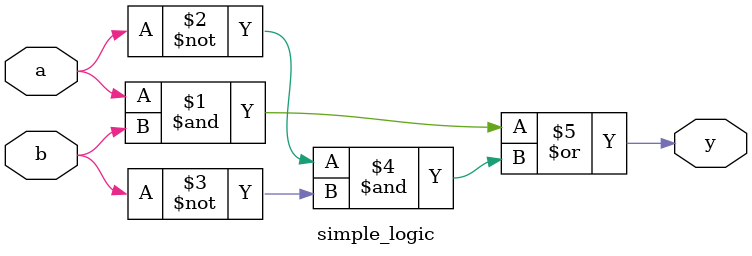
<source format=v>
module simple_logic (
    input wire a,
    input wire b,
    output wire y
);
    assign y = (a & b) | (~a & ~b);
endmodule


</source>
